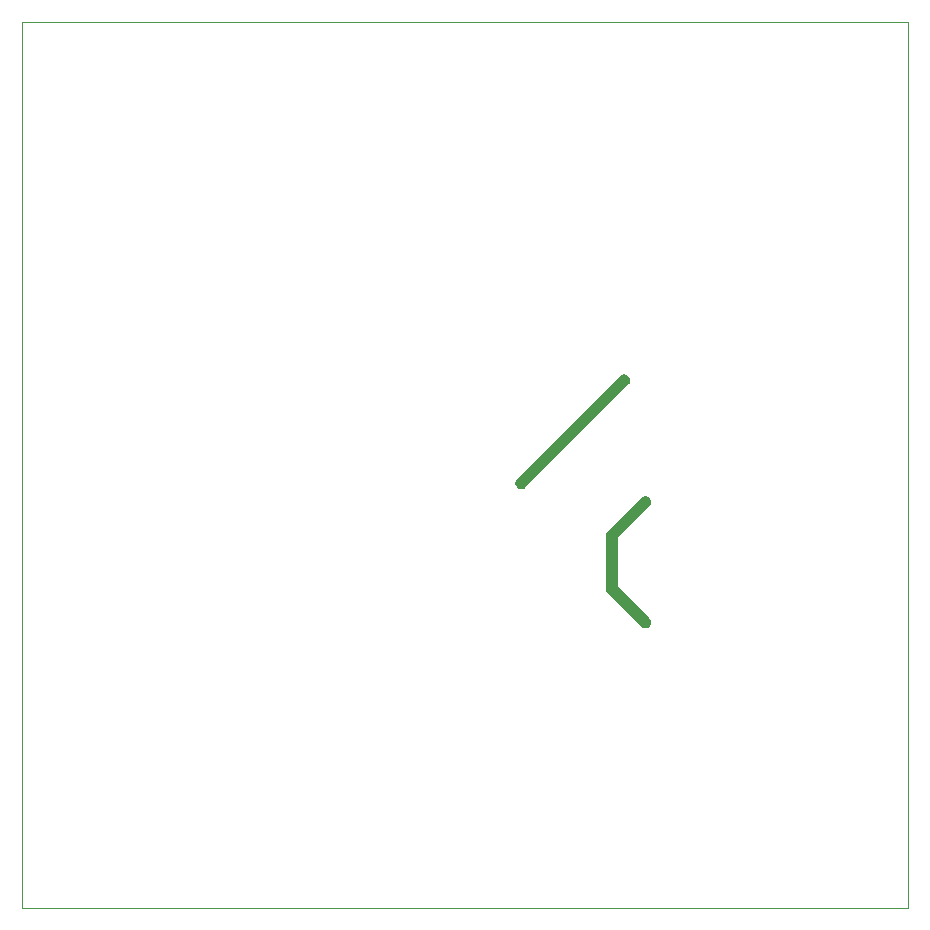
<source format=gbr>
%TF.GenerationSoftware,Altium Limited,Altium Designer,22.9.1 (49)*%
G04 Layer_Color=0*
%FSLAX45Y45*%
%MOMM*%
%TF.SameCoordinates,E77D5F78-0586-4990-9624-58BD59020D5A*%
%TF.FilePolarity,Positive*%
%TF.FileFunction,Profile,NP*%
%TF.Part,Single*%
G01*
G75*
%TA.AperFunction,Profile*%
%ADD113C,0.02540*%
G36*
X5310000Y3400000D02*
X5311965Y3401965D01*
X5315432Y3406312D01*
X5318389Y3411019D01*
X5320802Y3416028D01*
X5322638Y3421276D01*
X5323875Y3426696D01*
X5324497Y3432220D01*
X5324497Y3437780D01*
X5323875Y3443304D01*
X5322638Y3448724D01*
X5320801Y3453972D01*
X5318389Y3458981D01*
X5315431Y3463688D01*
X5311965Y3468034D01*
X5308034Y3471966D01*
X5303687Y3475432D01*
X5298980Y3478390D01*
X5293971Y3480802D01*
X5288723Y3482638D01*
X5283303Y3483875D01*
X5277779Y3484497D01*
X5272219Y3484497D01*
X5266695Y3483874D01*
X5261275Y3482637D01*
X5256027Y3480801D01*
X5251018Y3478389D01*
X5246311Y3475431D01*
X5241965Y3471965D01*
X5239999Y3469999D01*
X5240000Y3470000D01*
X4940000Y3170000D01*
Y2680000D01*
X5240000Y2380000D01*
X5241965Y2378034D01*
X5246312Y2374568D01*
X5251019Y2371610D01*
X5256028Y2369198D01*
X5261275Y2367362D01*
X5266696Y2366125D01*
X5272220Y2365503D01*
X5277779Y2365502D01*
X5283304Y2366125D01*
X5288724Y2367362D01*
X5293971Y2369198D01*
X5298980Y2371610D01*
X5303687Y2374568D01*
X5308034Y2378034D01*
X5311965Y2381965D01*
X5315431Y2386312D01*
X5318389Y2391019D01*
X5320801Y2396028D01*
X5322638Y2401275D01*
X5323875Y2406695D01*
X5324497Y2412220D01*
X5324497Y2417779D01*
X5323875Y2423304D01*
X5322638Y2428724D01*
X5320802Y2433971D01*
X5318389Y2438980D01*
X5315432Y2443688D01*
X5311965Y2448034D01*
X5310000Y2450000D01*
D01*
X5040000Y2720000D01*
Y3130000D01*
X5310000Y3400000D01*
D02*
G37*
G36*
X4190000Y3630000D02*
X4185392Y3625392D01*
X4178876Y3614105D01*
X4175502Y3601517D01*
X4175502Y3588484D01*
X4178875Y3575895D01*
X4185391Y3564608D01*
X4194607Y3555393D01*
X4205893Y3548876D01*
X4218482Y3545503D01*
X4231515Y3545503D01*
X4244104Y3548876D01*
X4255390Y3555392D01*
X4259998Y3560000D01*
X4259999D01*
X5130000Y4430000D01*
X5134608Y4434608D01*
X5141124Y4445895D01*
X5144497Y4458483D01*
Y4471516D01*
X5141124Y4484105D01*
X5134608Y4495392D01*
X5125392Y4504608D01*
X5114105Y4511124D01*
X5101516Y4514497D01*
X5088483D01*
X5075895Y4511124D01*
X5064608Y4504608D01*
X5060000Y4500000D01*
X5060000D01*
X4190000Y3630000D01*
D02*
G37*
D113*
X0Y0D02*
Y7500000D01*
X7500000D01*
Y0D01*
X0D01*
%TF.MD5,1112256f9355e05d4f905837d38141c5*%
M02*

</source>
